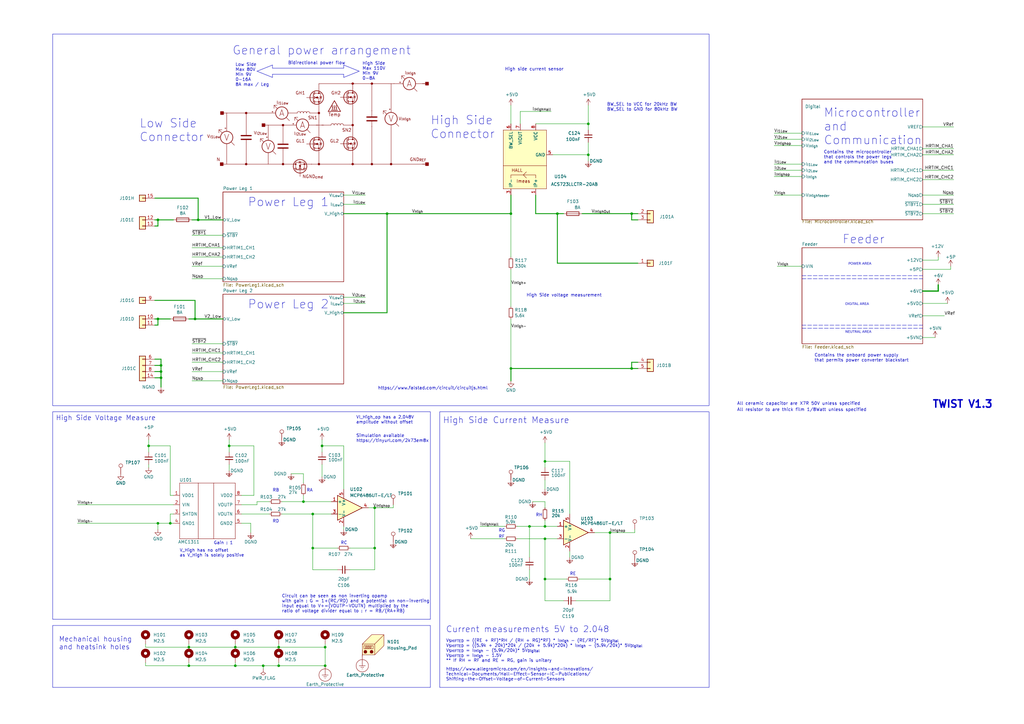
<source format=kicad_sch>
(kicad_sch (version 20230121) (generator eeschema)
  (paper "A3")
  (title_block (title "Power Board Scheme") (date "2022-06-10") (company "https://gitlab.laas.fr/owntech/1leg/-/tree/V1.1.1/KiCAD_files") (comment 1 "Alinei") (comment 2 "Villa") (comment 3 "Villa") (comment 4 "PREL"))
  (junction (at 64.77 130.81))
  (junction (at 69.85 214.63))
  (junction (at 228.6 87.63))
  (junction (at 66.04 149.86))
  (junction (at 223.52 215.9))
  (junction (at 223.52 220.98))
  (junction (at 107.95 273.05))
  (junction (at 96.52 265.43))
  (junction (at 133.35 265.43))
  (junction (at 124.46 205.74))
  (junction (at 80.01 130.81))
  (junction (at 64.77 90.17))
  (junction (at 114.3 265.43))
  (junction (at 77.47 265.43))
  (junction (at 223.52 189.23))
  (junction (at 153.67 208.28))
  (junction (at 66.04 154.94))
  (junction (at 128.27 210.82))
  (junction (at 250.19 218.44))
  (junction (at 259.08 87.63))
  (junction (at 93.98 182.88))
  (junction (at 132.08 182.88))
  (junction (at 241.3 63.5))
  (junction (at 158.75 87.63))
  (junction (at 96.52 273.05))
  (junction (at 209.55 87.63))
  (junction (at 77.47 273.05))
  (junction (at 128.27 224.79))
  (junction (at 223.52 237.49))
  (junction (at 114.3 273.05))
  (junction (at 241.3 50.8))
  (junction (at 250.19 237.49))
  (junction (at 259.08 151.13))
  (junction (at 64.77 214.63))
  (junction (at 133.35 273.05))
  (junction (at 209.55 151.13))
  (junction (at 217.17 215.9))
  (junction (at 60.96 182.88))
  (junction (at 81.28 90.17))
  (junction (at 153.67 224.79))
  (junction (at 66.04 152.4))
  (wire (pts (xy 228.6 107.95) (xy 261.62 107.95)) (stroke (width 0.35)))
  (wire (pts (xy 223.52 213.36) (xy 223.52 215.9)))
  (polyline (pts (xy 111.76 30.48) (xy 140.97 30.48)))
  (wire (pts (xy 66.04 152.4) (xy 63.5 152.4)) (stroke (width 0.35)))
  (wire (pts (xy 143.51 224.79) (xy 153.67 224.79)))
  (wire (pts (xy 60.96 190.5) (xy 60.96 191.77)))
  (wire (pts (xy 66.04 147.32) (xy 63.5 147.32)) (stroke (width 0.35)))
  (wire (pts (xy 138.43 233.68) (xy 128.27 233.68)))
  (wire (pts (xy 91.44 105.41) (xy 78.74 105.41)))
  (wire (pts (xy 91.44 109.22) (xy 78.74 109.22)))
  (wire (pts (xy 114.3 273.05) (xy 133.35 273.05)))
  (wire (pts (xy 261.62 90.17) (xy 259.08 90.17)) (stroke (width 0.35)))
  (wire (pts (xy 91.44 144.78) (xy 78.74 144.78)))
  (wire (pts (xy 107.95 273.05) (xy 107.95 274.32)))
  (wire (pts (xy 317.5 69.85) (xy 328.93 69.85)))
  (wire (pts (xy 140.97 83.82) (xy 149.86 83.82)))
  (polyline (pts (xy 140.97 30.48) (xy 140.97 31.75)))
  (wire (pts (xy 237.49 237.49) (xy 250.19 237.49)))
  (wire (pts (xy 133.35 264.16) (xy 133.35 265.43)))
  (wire (pts (xy 104.14 182.88) (xy 104.14 203.2)))
  (polyline (pts (xy 147.32 29.21) (xy 140.97 31.75)))
  (wire (pts (xy 228.6 87.63) (xy 231.14 87.63)) (stroke (width 0.35)))
  (wire (pts (xy 219.71 80.01) (xy 219.71 87.63)) (stroke (width 0.35)))
  (wire (pts (xy 241.3 43.18) (xy 241.3 50.8)))
  (wire (pts (xy 223.52 237.49) (xy 223.52 220.98)))
  (wire (pts (xy 228.6 87.63) (xy 228.6 107.95)) (stroke (width 0.35)))
  (wire (pts (xy 59.69 265.43) (xy 77.47 265.43)))
  (wire (pts (xy 217.17 215.9) (xy 223.52 215.9)))
  (wire (pts (xy 140.97 87.63) (xy 158.75 87.63)) (stroke (width 0.35)))
  (wire (pts (xy 378.46 124.46) (xy 388.62 124.46)))
  (wire (pts (xy 124.46 198.12) (xy 124.46 194.31)))
  (wire (pts (xy 223.52 220.98) (xy 228.6 220.98)))
  (polyline (pts (xy 111.76 26.67) (xy 111.76 27.94)))
  (wire (pts (xy 93.98 182.88) (xy 104.14 182.88)))
  (wire (pts (xy 64.77 90.17) (xy 63.5 90.17)) (stroke (width 0.35)))
  (wire (pts (xy 59.69 264.16) (xy 59.69 265.43)))
  (wire (pts (xy 378.46 73.66) (xy 391.16 73.66)))
  (wire (pts (xy 378.46 60.96) (xy 391.16 60.96)))
  (wire (pts (xy 196.85 215.9) (xy 207.01 215.9)))
  (wire (pts (xy 143.51 233.68) (xy 153.67 233.68)))
  (wire (pts (xy 77.47 130.81) (xy 80.01 130.81)) (stroke (width 0.35)))
  (wire (pts (xy 209.55 87.63) (xy 209.55 105.41)))
  (wire (pts (xy 91.44 156.21) (xy 78.74 156.21)))
  (polyline (pts (xy 105.41 29.21) (xy 111.76 31.75)))
  (wire (pts (xy 151.13 208.28) (xy 153.67 208.28)))
  (wire (pts (xy 69.85 130.81) (xy 64.77 130.81)) (stroke (width 0.35)))
  (wire (pts (xy 93.98 180.34) (xy 93.98 182.88)))
  (wire (pts (xy 317.5 57.15) (xy 328.93 57.15)))
  (wire (pts (xy 233.68 189.23) (xy 233.68 210.82)))
  (wire (pts (xy 209.55 110.49) (xy 209.55 125.73)))
  (wire (pts (xy 66.04 152.4) (xy 66.04 149.86)) (stroke (width 0.35)))
  (wire (pts (xy 96.52 265.43) (xy 114.3 265.43)))
  (wire (pts (xy 91.44 152.4) (xy 78.74 152.4)))
  (wire (pts (xy 231.14 246.38) (xy 223.52 246.38)))
  (wire (pts (xy 124.46 205.74) (xy 135.89 205.74)))
  (wire (pts (xy 78.74 140.97) (xy 91.44 140.97)))
  (wire (pts (xy 81.28 90.17) (xy 91.44 90.17)) (stroke (width 0.35)))
  (wire (pts (xy 223.52 205.74) (xy 223.52 208.28)))
  (wire (pts (xy 384.81 106.68) (xy 378.46 106.68)))
  (wire (pts (xy 96.52 273.05) (xy 107.95 273.05)))
  (wire (pts (xy 69.85 210.82) (xy 69.85 214.63)))
  (wire (pts (xy 378.46 80.01) (xy 391.16 80.01)))
  (wire (pts (xy 209.55 151.13) (xy 259.08 151.13)) (stroke (width 0.35)))
  (polyline (pts (xy 140.97 26.67) (xy 140.97 27.94)))
  (wire (pts (xy 69.85 203.2) (xy 71.12 203.2)))
  (wire (pts (xy 91.44 101.6) (xy 78.74 101.6)))
  (wire (pts (xy 233.68 226.06) (xy 233.68 228.6)))
  (wire (pts (xy 93.98 182.88) (xy 93.98 185.42)))
  (wire (pts (xy 80.01 123.19) (xy 80.01 130.81)) (stroke (width 0.35)))
  (wire (pts (xy 64.77 130.81) (xy 64.77 133.35)) (stroke (width 0.35)))
  (wire (pts (xy 60.96 182.88) (xy 60.96 185.42)))
  (wire (pts (xy 243.84 218.44) (xy 250.19 218.44)))
  (polyline (pts (xy 105.41 29.21) (xy 111.76 26.67)))
  (polyline (pts (xy 111.76 30.48) (xy 111.76 31.75)))
  (wire (pts (xy 110.49 205.74) (xy 105.41 205.74)))
  (wire (pts (xy 226.695 63.5) (xy 241.3 63.5)))
  (wire (pts (xy 140.97 80.01) (xy 149.86 80.01)))
  (wire (pts (xy 128.27 210.82) (xy 135.89 210.82)))
  (wire (pts (xy 77.47 273.05) (xy 96.52 273.05)))
  (wire (pts (xy 60.96 180.34) (xy 60.96 182.88)))
  (wire (pts (xy 69.85 214.63) (xy 71.12 214.63)))
  (wire (pts (xy 66.04 149.86) (xy 63.5 149.86)) (stroke (width 0.35)))
  (wire (pts (xy 80.01 130.81) (xy 91.44 130.81)) (stroke (width 0.35)))
  (wire (pts (xy 259.08 87.63) (xy 261.62 87.63)) (stroke (width 0.35)))
  (wire (pts (xy 140.97 128.27) (xy 158.75 128.27)) (stroke (width 0.35)))
  (wire (pts (xy 60.96 182.88) (xy 69.85 182.88)))
  (polyline (pts (xy 328.93 134.62) (xy 378.46 134.62)) (stroke (width 0) (type dash)))
  (wire (pts (xy 219.71 50.8) (xy 241.3 50.8)))
  (wire (pts (xy 223.52 191.77) (xy 223.52 189.23)))
  (wire (pts (xy 114.3 265.43) (xy 133.35 265.43)))
  (wire (pts (xy 64.77 214.63) (xy 64.77 217.17)))
  (wire (pts (xy 318.77 109.22) (xy 328.93 109.22)))
  (wire (pts (xy 217.17 215.9) (xy 217.17 228.6)))
  (wire (pts (xy 317.5 59.69) (xy 328.93 59.69)))
  (wire (pts (xy 115.57 205.74) (xy 124.46 205.74)))
  (wire (pts (xy 261.62 148.59) (xy 259.08 148.59)) (stroke (width 0.35)))
  (wire (pts (xy 119.38 194.31) (xy 124.46 194.31)))
  (wire (pts (xy 78.74 96.52) (xy 91.44 96.52)))
  (wire (pts (xy 259.08 90.17) (xy 259.08 87.63)) (stroke (width 0.35)))
  (wire (pts (xy 66.04 147.32) (xy 66.04 149.86)) (stroke (width 0.35)))
  (polyline (pts (xy 328.93 114.3) (xy 378.46 114.3)) (stroke (width 0) (type dash)))
  (wire (pts (xy 128.27 233.68) (xy 128.27 224.79)))
  (wire (pts (xy 317.5 67.31) (xy 328.93 67.31)))
  (wire (pts (xy 140.97 215.9) (xy 140.97 217.17)))
  (wire (pts (xy 132.08 180.34) (xy 132.08 182.88)))
  (wire (pts (xy 226.06 45.72) (xy 213.36 45.72)))
  (wire (pts (xy 77.47 265.43) (xy 96.52 265.43)))
  (wire (pts (xy 389.89 110.49) (xy 378.46 110.49)))
  (wire (pts (xy 378.46 63.5) (xy 391.16 63.5)))
  (wire (pts (xy 241.3 58.42) (xy 241.3 63.5)))
  (wire (pts (xy 153.67 233.68) (xy 153.67 224.79)))
  (wire (pts (xy 128.27 224.79) (xy 138.43 224.79)))
  (wire (pts (xy 212.09 215.9) (xy 217.17 215.9)))
  (wire (pts (xy 140.97 182.88) (xy 140.97 200.66)))
  (wire (pts (xy 96.52 264.16) (xy 96.52 265.43)))
  (wire (pts (xy 161.29 207.01) (xy 161.29 208.28)))
  (wire (pts (xy 66.04 158.75) (xy 66.04 154.94)) (stroke (width 0.35)))
  (wire (pts (xy 384.81 105.41) (xy 384.81 106.68)))
  (wire (pts (xy 250.19 218.44) (xy 260.35 218.44)))
  (wire (pts (xy 99.06 214.63) (xy 102.87 214.63)))
  (wire (pts (xy 66.04 154.94) (xy 66.04 152.4)) (stroke (width 0.35)))
  (wire (pts (xy 391.16 87.63) (xy 378.46 87.63)))
  (wire (pts (xy 384.81 116.84) (xy 384.81 119.38)) (stroke (width 0.5)))
  (wire (pts (xy 317.5 80.01) (xy 328.93 80.01)))
  (wire (pts (xy 105.41 205.74) (xy 105.41 207.01)))
  (wire (pts (xy 241.3 50.8) (xy 241.3 53.34)))
  (wire (pts (xy 241.3 63.5) (xy 241.3 66.04)))
  (wire (pts (xy 193.04 220.98) (xy 207.01 220.98)))
  (wire (pts (xy 91.44 114.3) (xy 78.74 114.3)))
  (wire (pts (xy 238.76 87.63) (xy 259.08 87.63)) (stroke (width 0.35)))
  (wire (pts (xy 105.41 207.01) (xy 99.06 207.01)))
  (wire (pts (xy 81.28 81.28) (xy 81.28 90.17)) (stroke (width 0.35)))
  (wire (pts (xy 250.19 237.49) (xy 250.19 246.38)))
  (wire (pts (xy 158.75 87.63) (xy 209.55 87.63)) (stroke (width 0.35)))
  (wire (pts (xy 219.71 87.63) (xy 228.6 87.63)) (stroke (width 0.35)))
  (wire (pts (xy 128.27 210.82) (xy 128.27 224.79)))
  (polyline (pts (xy 111.76 27.94) (xy 140.97 27.94)))
  (wire (pts (xy 64.77 214.63) (xy 69.85 214.63)))
  (wire (pts (xy 140.97 124.46) (xy 149.86 124.46)))
  (wire (pts (xy 212.09 220.98) (xy 223.52 220.98)))
  (wire (pts (xy 260.35 217.17) (xy 260.35 218.44)))
  (wire (pts (xy 209.55 130.81) (xy 209.55 151.13)))
  (wire (pts (xy 91.44 148.59) (xy 78.74 148.59)))
  (wire (pts (xy 132.08 182.88) (xy 140.97 182.88)))
  (wire (pts (xy 250.19 237.49) (xy 250.19 218.44)))
  (wire (pts (xy 69.85 182.88) (xy 69.85 203.2)))
  (polyline (pts (xy 328.93 133.35) (xy 378.46 133.35)) (stroke (width 0) (type dash)))
  (wire (pts (xy 223.52 246.38) (xy 223.52 237.49)))
  (wire (pts (xy 223.52 196.85) (xy 223.52 200.66)))
  (wire (pts (xy 96.52 271.78) (xy 96.52 273.05)))
  (polyline (pts (xy 328.93 113.03) (xy 378.46 113.03)) (stroke (width 0) (type dash)))
  (wire (pts (xy 63.5 133.35) (xy 64.77 133.35)) (stroke (width 0.35)))
  (wire (pts (xy 107.95 273.05) (xy 114.3 273.05)))
  (wire (pts (xy 213.36 50.8) (xy 213.36 45.72)))
  (wire (pts (xy 259.08 151.13) (xy 261.62 151.13)) (stroke (width 0.35)))
  (wire (pts (xy 209.55 43.18) (xy 209.55 50.8)))
  (wire (pts (xy 223.52 189.23) (xy 233.68 189.23)))
  (wire (pts (xy 317.5 54.61) (xy 328.93 54.61)))
  (wire (pts (xy 63.5 81.28) (xy 81.28 81.28)) (stroke (width 0.35)))
  (wire (pts (xy 77.47 264.16) (xy 77.47 265.43)))
  (wire (pts (xy 78.74 90.17) (xy 81.28 90.17)) (stroke (width 0.35)))
  (wire (pts (xy 63.5 123.19) (xy 80.01 123.19)) (stroke (width 0.35)))
  (wire (pts (xy 114.3 264.16) (xy 114.3 265.43)))
  (wire (pts (xy 317.5 72.39) (xy 328.93 72.39)))
  (wire (pts (xy 77.47 271.78) (xy 77.47 273.05)))
  (wire (pts (xy 59.69 273.05) (xy 77.47 273.05)))
  (wire (pts (xy 389.89 109.22) (xy 389.89 110.49)))
  (wire (pts (xy 158.75 128.27) (xy 158.75 87.63)) (stroke (width 0.35)))
  (wire (pts (xy 114.3 271.78) (xy 114.3 273.05)))
  (wire (pts (xy 31.75 207.01) (xy 71.12 207.01)))
  (wire (pts (xy 133.35 265.43) (xy 133.35 273.05)))
  (wire (pts (xy 218.44 205.74) (xy 223.52 205.74)))
  (wire (pts (xy 124.46 203.2) (xy 124.46 205.74)))
  (wire (pts (xy 223.52 181.61) (xy 223.52 189.23)))
  (wire (pts (xy 391.16 83.82) (xy 378.46 83.82)))
  (wire (pts (xy 378.46 52.07) (xy 391.16 52.07)))
  (wire (pts (xy 378.46 119.38) (xy 384.81 119.38)) (stroke (width 0.5)))
  (wire (pts (xy 102.87 214.63) (xy 102.87 218.44)))
  (wire (pts (xy 132.08 190.5) (xy 132.08 195.58)))
  (wire (pts (xy 217.17 233.68) (xy 217.17 237.49)))
  (wire (pts (xy 378.46 129.54) (xy 387.35 129.54)))
  (wire (pts (xy 64.77 92.71) (xy 64.77 90.17)) (stroke (width 0.35)))
  (wire (pts (xy 378.46 138.43) (xy 383.54 138.43)))
  (wire (pts (xy 259.08 148.59) (xy 259.08 151.13)) (stroke (width 0.35)))
  (wire (pts (xy 140.97 121.92) (xy 149.86 121.92)))
  (wire (pts (xy 64.77 130.81) (xy 63.5 130.81)) (stroke (width 0.35)))
  (wire (pts (xy 71.12 210.82) (xy 69.85 210.82)))
  (wire (pts (xy 115.57 210.82) (xy 128.27 210.82)))
  (wire (pts (xy 63.5 92.71) (xy 64.77 92.71)) (stroke (width 0.35)))
  (wire (pts (xy 31.75 214.63) (xy 64.77 214.63)))
  (wire (pts (xy 93.98 190.5) (xy 93.98 193.04)))
  (wire (pts (xy 99.06 210.82) (xy 110.49 210.82)))
  (wire (pts (xy 223.52 237.49) (xy 232.41 237.49)))
  (wire (pts (xy 209.55 80.01) (xy 209.55 87.63)) (stroke (width 0.35)))
  (wire (pts (xy 228.6 215.9) (xy 223.52 215.9)))
  (polyline (pts (xy 147.32 29.21) (xy 140.97 26.67)))
  (wire (pts (xy 132.08 185.42) (xy 132.08 182.88)))
  (wire (pts (xy 99.06 203.2) (xy 104.14 203.2)))
  (wire (pts (xy 153.67 208.28) (xy 153.67 224.79)))
  (wire (pts (xy 71.12 90.17) (xy 64.77 90.17)) (stroke (width 0.35)))
  (wire (pts (xy 250.19 246.38) (xy 236.22 246.38)))
  (wire (pts (xy 59.69 271.78) (xy 59.69 273.05)))
  (wire (pts (xy 66.04 154.94) (xy 63.5 154.94)) (stroke (width 0.35)))
  (wire (pts (xy 378.46 69.85) (xy 391.16 69.85)))
  (wire (pts (xy 209.55 151.13) (xy 209.55 156.21)) (stroke (width 0.35)))
  (wire (pts (xy 153.67 208.28) (xy 161.29 208.28)))
  (rectangle (start 21.59 13.97) (end 290.83 166.37))
  (rectangle (start 21.59 168.91) (end 176.53 254))
  (rectangle (start 180.34 168.91) (end 290.83 281.94))
  (rectangle (start 21.59 256.54) (end 176.53 281.94))
  (text "RG" (at 204.47 218.44 0) (effects (font (size 1.27 1.27)) (justify left bottom)))
  (text "Contains the onboard power supply\nthat permits power converter blackstart\n" (at 334.01 148.59 0) (effects (font (size 1.27 1.27)) (justify left bottom)))
  (text "https://www.allegromicro.com/en/Insights-and-Innovations/\nTechnical-Documents/Hall-Effect-Sensor-IC-Publications/\nShifting-the-Offset-Voltage-of-Current-Sensors" (at 182.88 279.4 0) (effects (font (size 1.27 1.27)) (justify left bottom)))
  (text "High Side voltage measurement" (at 215.9 121.92 0) (effects (font (size 1.27 1.27)) (justify left bottom)))
  (text "All resistor to are thick film 1/8Watt unless specified" (at 302.26 168.91 0) (effects (font (size 1.27 1.27)) (justify left bottom)))
  (text "Contains the microcontroller\nthat controls the power legs\nand the communcation buses" (at 337.82 67.31 0) (effects (font (size 1.27 1.27)) (justify left bottom)))
  (text "High side current sensor" (at 207.01 29.21 0) (effects (font (size 1.27 1.27)) (justify left bottom)))
  (text "V_High has no offset \nas V_High is solely positive\n" (at 73.66 228.6 0) (effects (font (size 1.2446 1.2446)) (justify left bottom)))
  (text "RA" (at 125.73 201.93 0) (effects (font (size 1.27 1.27)) (justify left bottom)))
  (text "RD" (at 111.76 214.63 0) (effects (font (size 1.27 1.27)) (justify left bottom)))
  (text "VI_High_op has a 2,048V \namplitude without offset" (at 146.05 173.99 0) (effects (font (size 1.2446 1.2446)) (justify left bottom)))
  (text "Circuit can be seen as non inverting opamp\nwith gain : G = 1+(RC/RD) and a potential on non-inverting\ninput equal to V+=(VOUTP-VOUTN) multiplied by the\nratio of voltage divider equal to : r = RB/(RA+RB)" (at 115.57 251.46 0) (effects (font (size 1.27 1.27)) (justify left bottom)))
  (text "BW_SEL to VCC for 20kHz BW\nBW_SEL to GND for 80kHz BW" (at 248.92 45.72 0) (effects (font (size 1.27 1.27)) (justify left bottom)))
  (text "Power Leg 1" (at 101.6 85.09 0) (effects (font (size 3.5 3.5)) (justify left bottom)))
  (text "High Side Voltage Measure" (at 22.86 172.72 0) (effects (font (size 2 2)) (justify left bottom)))
  (text "Current measurements 5V to 2.048\n" (at 182.88 259.715 0) (effects (font (size 2.4892 2.4892)) (justify left bottom)))
  (text "General power arrangement" (at 95.25 22.86 0) (effects (font (size 3.5 3.5)) (justify left bottom)))
  (text "High Side \nConnector" (at 176.53 57.15 0) (effects (font (size 3.5 3.5)) (justify left bottom)))
  (text "V_{SHIFTED} = ((RE + RF)*RH / (RH + RG)*RF) * I_{IHigh} - (RE/RF)* 5V_{Digital}\nV_{SHIFTED} = ((5.9k + 20k)*20k / (20k + 5.9k)*20k) * I_{IHigh} - (5.9k/20k)* 5V_{Digital}\nV_{SHIFTED} = I_{IHigh} - (5.9k/20k)* 5V_{Digital}\nV_{SHIFTED} = I_{IHigh} - 1.5V\n** If RH = RF and RE = RG, gain is unitary\n" (at 182.88 271.78 0) (effects (font (size 1.27 1.27)) (justify left bottom)))
  (text "RB" (at 111.76 201.93 0) (effects (font (size 1.27 1.27)) (justify left bottom)))
  (text "TWIST V1.3" (at 382.27 167.64 0) (effects (font (size 3 3) (thickness 0.6) bold) (justify left bottom)))
  (text "RC" (at 139.7 223.52 0) (effects (font (size 1.27 1.27)) (justify left bottom)))
  (text "Simulation available \nhttps://tinyurl.com/2k73em8x" (at 146.05 181.61 0) (effects (font (size 1.27 1.27)) (justify left bottom)))
  (text "DIGITAL AREA\n" (at 346.71 125.73 0) (effects (font (size 1 1)) (justify left bottom)))
  (text "All ceramic capacitor are X7R 50V unless specified" (at 302.26 166.37 0) (effects (font (size 1.27 1.27)) (justify left bottom)))
  (text "POWER AREA\n" (at 347.98 109.22 0) (effects (font (size 1 1)) (justify left bottom)))
  (text "Bidirectional power flow " (at 118.11 26.67 0) (effects (font (size 1.27 1.27)) (justify left bottom)))
  (text "High Side Current Measure" (at 181.61 173.99 0) (effects (font (size 2.54 2.54)) (justify left bottom)))
  (text "High Side \nMax 110V\nMin 9V\n0-8A" (at 148.59 33.02 0) (effects (font (size 1.27 1.27)) (justify left bottom)))
  (text "Low Side \nConnector" (at 57.15 58.42 0) (effects (font (size 3.5 3.5)) (justify left bottom)))
  (text "Mechanical housing \nand heatsink holes" (at 24.13 266.7 0) (effects (font (size 2 2)) (justify left bottom)))
  (text "Low Side \nMax 80V\nMin 9V\n0-16A\n8A max / Leg" (at 96.52 35.56 0) (effects (font (size 1.27 1.27)) (justify left bottom)))
  (text "https://www.falstad.com/circuit/circuitjs.html" (at 154.94 160.02 0) (effects (font (size 1.27 1.27)) (justify left bottom)))
  (text "RE" (at 233.68 236.22 0) (effects (font (size 1.27 1.27)) (justify left bottom)))
  (text "NEUTRAL AREA\n" (at 346.71 137.16 0) (effects (font (size 1 1)) (justify left bottom)))
  (text "RF" (at 204.47 220.98 0) (effects (font (size 1.27 1.27)) (justify left bottom)))
  (text "Power Leg 2\n" (at 101.6 127 0) (effects (font (size 3.5 3.5)) (justify left bottom)))
  (text "RH" (at 219.71 212.09 0) (effects (font (size 1.27 1.27)) (justify left bottom)))
  (text "Feeder " (at 345.44 100.33 0) (effects (font (size 3.5 3.5)) (justify left bottom)))
  (text "Gain : 1" (at 87.63 223.52 0) (effects (font (size 1.2446 1.2446)) (justify left bottom)))
  (text "Microcontroller \nand\nCommunication" (at 337.82 59.69 0) (effects (font (size 3.5 3.5)) (justify left bottom)))
  (label "V_{IHigh-}" (at 31.75 214.63 0))
  (label "HRTIM_CHC1" (at 391.16 69.85 180))
  (label "HRTIM_CHA1" (at 391.16 60.96 180))
  (label "HRTIM_CHC2" (at 391.16 73.66 180))
  (label "V_{High}" (at 317.5 80.01 0))
  (label "V_{IHighOut}" (at 242.57 87.63 0))
  (label "V_{IHighop}" (at 317.5 59.69 0))
  (label "~{STBY2}" (at 78.74 140.97 0))
  (label "V2_Low" (at 83.82 130.81 0))
  (label "V_{High}" (at 168.91 87.63 0))
  (label "HRTIM_CHC1" (at 78.74 144.78 0))
  (label "V_{IHighop}" (at 160.02 208.28 180))
  (label "V1_Low" (at 83.82 90.17 0))
  (label "N_{GND}" (at 78.74 156.21 0))
  (label "V_{IHigh-}" (at 209.55 134.62 0))
  (label "V_{IHigh+}" (at 31.75 207.01 0))
  (label "I_{I1Low}" (at 149.86 83.82 180))
  (label "N_{GND}" (at 78.74 114.3 0))
  (label "I_{IHighop}" (at 256.54 218.44 180))
  (label "I_{I2Low}" (at 149.86 124.46 180))
  (label "HRTIM_CHC2" (at 78.74 148.59 0))
  (label "~{STBY1}" (at 391.16 83.82 180))
  (label "VRef" (at 78.74 109.22 0))
  (label "N_{GND}" (at 391.16 80.01 180))
  (label "HRTIM_CHA2" (at 391.16 63.5 180))
  (label "I_{I2Low}" (at 317.5 69.85 0))
  (label "VRef" (at 391.16 52.07 180))
  (label "I_{IHighHall}" (at 226.06 45.72 180))
  (label "V_{I1Low}" (at 317.5 54.61 0))
  (label "~{STBY2}" (at 391.16 87.63 180))
  (label "V_{High}" (at 318.77 109.22 0))
  (label "V_{I1Low}" (at 149.86 80.01 180))
  (label "HRTIM_CHA1" (at 78.74 101.6 0))
  (label "I_{IHighop}" (at 317.5 72.39 0))
  (label "I_{I1Low}" (at 317.5 67.31 0))
  (label "VRef" (at 78.74 152.4 0))
  (label "V_{I2Low}" (at 149.86 121.92 180))
  (label "HRTIM_CHA2" (at 78.74 105.41 0))
  (label "VRef" (at 387.35 129.54 0))
  (label "V_{IHigh+}" (at 209.55 116.84 0))
  (label "~{STBY1}" (at 78.74 96.52 0))
  (label "V_{I2Low}" (at 317.5 57.15 0))
  (label "I_{IHighHall}" (at 196.85 215.9 0))
  (symbol (lib_id "Symbols:ACS723") (at 215.9 67.31 270) (mirror x) (unit 1)
    (property "Reference" "U104" (at 229.87 72.39 90))
    (property "Value" "ACS723LLCTR-20AB" (at 235.585 75.565 90))
    (property "Footprint" "Package_SO:SOIC-8_3.9x4.9mm_P1.27mm" (effects hide))
    (property "Datasheet" "https://www.google.com/url?sa=t&rct=j&q=&esrc=s&source=web&cd=&cad=rja&uact=8&ved=2ahUKEwjikvr_8ZeAAxWDTqQEHfwEAu0QFnoECBEQAQ&url=https%3A%2F%2Fwww.allegromicro.com%2F~%2Fmedia%2Ffiles%2Fdatasheets%2Facs723-datasheet.ashx&usg=AOvVaw2qZ9b_k2ocxzc58dTK1Pl7&opi=89978449" (effects hide))
    (property "manf#" "ACS723LLCTR-20AB" (effects hide))
    (property "Functional Block" "Measurement" (effects hide))
    (property "Subfunction" "IIHigh Measure" (effects hide))
  )
  (symbol (lib_name "C_Small_2") (lib_id "Device:C_Small") (at 241.3 55.88 180) (unit 1)
    (property "Reference" "C124" (at 238.125 54.61 0) (effects (justify left)))
    (property "Value" "100nF" (at 238.125 57.15 0) (effects (justify left)))
    (property "Footprint" "Capacitor_SMD:C_1206_3216Metric" (effects hide))
    (property "manf#" "C1206C104K5RAC7867" (effects hide))
    (property "Functional Block" "Measurement" (effects hide))
    (property "Metal content" "BaTiO3" (effects hide))
    (property "Subfunction" "IIHigh measure" (effects hide))
  )
  (symbol (lib_name "R_Small_5") (lib_id "Device:R_Small") (at 209.55 107.95 0) (unit 1)
    (property "Reference" "R117" (at 211.0486 106.7816 0) (effects (justify left)))
    (property "Value" "330k" (at 211.0486 109.093 0) (effects (justify left)))
    (property "Footprint" "Footprints:R_0805_2012Metric" (effects hide))
    (property "manf#" "CR0805-FX-3303ELF" (effects hide))
    (property "Functional Block" "Measurement" (effects hide))
    (property "Metal content" "NiCr" (effects hide))
    (property "Subfunction" "VIHigh measure" (effects hide))
  )
  (symbol (lib_name "R_Small_6") (lib_id "Device:R_Small") (at 209.55 128.27 0) (unit 1)
    (property "Reference" "R118" (at 211.0486 127.1016 0) (effects (justify left)))
    (property "Value" "5.6k" (at 211.0486 129.413 0) (effects (justify left)))
    (property "Footprint" "Footprints:R_0805_2012Metric" (effects hide))
    (property "manf#" "CR0805-FX-5601ELF" (effects hide))
    (property "Functional Block" "Measurement" (effects hide))
    (property "Metal content" "NiCr" (effects hide))
    (property "Subfunction" "VIHigh measure" (effects hide))
  )
  (symbol (lib_id "Symbols:AMC1311") (at 85.09 210.82 0) (unit 1)
    (property "Reference" "U101" (at 76.2 196.85 0))
    (property "Value" "AMC1311" (at 77.47 222.25 0))
    (property "Footprint" "Footprints:SOIC-8_7.5x5.85mm_P1.27mm" (effects hide))
    (property "Datasheet" "https://www.ti.com/lit/ds/symlink/amc1311.pdf?ts=1597049043074&ref_url=https%253A%252F%252Fwww.google.com%252F" (effects hide))
    (property "manf#" "AMC1311DWV" (effects hide))
    (property "Functional Block" "Measurement" (effects hide))
    (property "Subfunction" "VIHigh Measure" (effects hide))
  )
  (symbol (lib_id "Device:Fuse") (at 234.95 87.63 270) (unit 1)
    (property "Reference" "F103" (at 234.95 82.6262 90))
    (property "Value" "8A" (at 236.855 85.09 90))
    (property "Footprint" "Footprints:Fuse_holder_omni_blok" (effects hide))
    (property "manf#" "0154008.DR" (effects hide))
    (property "Functional Block" "Power" (effects hide))
    (property "Subfunction" "Fuse" (effects hide))
  )
  (symbol (lib_name "C_Small_1") (lib_id "Device:C_Small") (at 223.52 194.31 0) (unit 1)
    (property "Reference" "C117" (at 226.06 193.04 0) (effects (justify left)))
    (property "Value" "100nF" (at 226.06 194.945 0) (effects (justify left)))
    (property "Footprint" "Footprints:C_0805_2012Metric" (effects hide))
    (property "manf#" "C0805C104K5RACTU" (effects hide))
    (property "Functional Block" "Measurement" (effects hide))
    (property "Metal content" "BaTiO3" (effects hide))
    (property "Subfunction" "IIHigh measure" (effects hide))
  )
  (symbol (lib_name "TLV6001DCK_1") (lib_id "Amplifier_Operational:TLV6001DCK") (at 233.68 218.44 0) (unit 1)
    (property "Reference" "U103" (at 238.125 212.725 0) (effects (justify left)))
    (property "Value" "MCP6486UT-E/LT " (at 238.125 214.63 0) (effects (justify left)))
    (property "Footprint" "Package_TO_SOT_SMD:SOT-353_SC-70-5_Handsoldering" (effects hide))
    (property "Datasheet" "https://ww1.microchip.com/downloads/aemDocuments/documents/MSLD/ProductDocuments/DataSheets/MCP6486-Family-Data-Sheet-DS20006679.pdf" (effects hide))
    (property "manf#" "MCP6486UT-E/LT " (effects hide))
    (property "Functional Block" "Measurement" (effects hide))
    (property "Subfunction" "IIHigh Measure" (effects hide))
  )
  (symbol (lib_name "+5VD_1") (lib_id "power:+5VD") (at 223.52 181.61 0) (unit 1)
    (property "Reference" "#PWR0116" (effects hide))
    (property "Value" "+5VD" (at 223.901 177.2158 0))
  )
  (symbol (lib_name "R_Small_9") (lib_id "Device:R_Small") (at 209.55 220.98 90) (unit 1)
    (property "Reference" "R111" (at 212.09 226.06 90) (effects (justify left)))
    (property "Value" "20k" (at 210.82 223.52 90) (effects (justify left)))
    (property "Footprint" "Footprints:R_0805_2012Metric" (effects hide))
    (property "manf#" "CR0805-FX-2002ELF" (effects hide))
    (property "Functional Block" "Measurement" (effects hide))
    (property "Metal content" "NiCr" (effects hide))
    (property "Subfunction" "IIHigh Measure" (effects hide))
  )
  (symbol (lib_name "R_Small_8") (lib_id "Device:R_Small") (at 234.95 237.49 90) (unit 1)
    (property "Reference" "R116" (at 236.855 240.03 90) (effects (justify left)))
    (property "Value" "5.9k" (at 236.855 242.57 90) (effects (justify left)))
    (property "Footprint" "Footprints:R_0805_2012Metric" (effects hide))
    (property "manf#" "CR0805-FX-5901ELF" (effects hide))
    (property "Functional Block" "Measurement" (effects hide))
    (property "Metal content" "NiCr" (effects hide))
    (property "Subfunction" "IIHigh Measure" (effects hide))
  )
  (symbol (lib_name "R_Small_11") (lib_id "Device:R_Small") (at 113.03 205.74 90) (unit 1)
    (property "Reference" "R103" (at 111.76 203.835 90) (effects (justify left)))
    (property "Value" "27k" (at 117.475 203.835 90) (effects (justify left)))
    (property "Footprint" "Footprints:R_0805_2012Metric" (effects hide))
    (property "manf#" "CR0805-FX-2702ELF" (effects hide))
    (property "Functional Block" "Measurement" (effects hide))
    (property "Metal content" "NiCr" (effects hide))
    (property "Subfunction" "VIHigh measure" (effects hide))
  )
  (symbol (lib_name "R_Small_14") (lib_id "Device:R_Small") (at 113.03 210.82 90) (unit 1)
    (property "Reference" "R104" (at 111.76 208.915 90) (effects (justify left)))
    (property "Value" "27k" (at 117.475 208.915 90) (effects (justify left)))
    (property "Footprint" "Footprints:R_0805_2012Metric" (effects hide))
    (property "manf#" "CR0805-FX-2702ELF" (effects hide))
    (property "Functional Block" "Measurement" (effects hide))
    (property "Metal content" "NiCr" (effects hide))
    (property "Subfunction" "VIHigh measure" (effects hide))
  )
  (symbol (lib_id "Amplifier_Operational:TLV6001DCK") (at 140.97 208.28 0) (unit 1)
    (property "Reference" "U102" (at 143.51 200.66 0) (effects (justify left)))
    (property "Value" "MCP6486UT-E/LT " (at 143.51 203.2 0) (effects (justify left)))
    (property "Footprint" "Package_TO_SOT_SMD:SOT-353_SC-70-5_Handsoldering" (effects hide))
    (property "Datasheet" "https://ww1.microchip.com/downloads/aemDocuments/documents/MSLD/ProductDocuments/DataSheets/MCP6486-Family-Data-Sheet-DS20006679.pdf" (effects hide))
    (property "manf#" "MCP6486UT-E/LT " (effects hide))
    (property "Functional Block" "Measurement" (effects hide))
    (property "Subfunction" "VIHigh Measure" (effects hide))
  )
  (symbol (lib_name "R_Small_13") (lib_id "Device:R_Small") (at 124.46 200.66 0) (unit 1)
    (property "Reference" "R105" (at 118.364 200.025 0) (effects (justify left)))
    (property "Value" "27k" (at 118.364 201.93 0) (effects (justify left)))
    (property "Footprint" "Footprints:R_0805_2012Metric" (effects hide))
    (property "manf#" "CR0805-FX-2702ELF" (effects hide))
    (property "Functional Block" "Measurement" (effects hide))
    (property "Metal content" "NiCr" (effects hide))
    (property "Subfunction" "VIHigh measure" (effects hide))
  )
  (symbol (lib_name "C_Small_6") (lib_id "Device:C_Small") (at 60.96 187.96 0) (unit 1)
    (property "Reference" "C101" (at 63.2968 186.7916 0) (effects (justify left)))
    (property "Value" "100nF" (at 63.2968 189.103 0) (effects (justify left)))
    (property "Footprint" "Capacitor_SMD:C_1206_3216Metric" (effects hide))
    (property "manf#" "C1206C104K5RAC7867" (effects hide))
    (property "Functional Block" "Measurement" (effects hide))
    (property "Metal content" "BaTiO3" (effects hide))
    (property "Subfunction" "VIHigh measure" (effects hide))
  )
  (symbol (lib_id "power:GND") (at 209.55 156.21 0) (unit 1)
    (property "Reference" "#PWR0113" (effects hide))
    (property "Value" "GND" (at 209.55 160.02 0))
  )
  (symbol (lib_id "power:GND") (at 60.96 191.77 0) (unit 1)
    (property "Reference" "#PWR0103" (effects hide))
    (property "Value" "GND" (at 60.96 195.58 0))
  )
  (symbol (lib_id "power:GND") (at 64.77 217.17 0) (unit 1)
    (property "Reference" "#PWR0104" (effects hide))
    (property "Value" "GND" (at 64.77 220.98 0))
  )
  (symbol (lib_name "C_Small_7") (lib_id "Device:C_Small") (at 93.98 187.96 0) (unit 1)
    (property "Reference" "C102" (at 96.3168 186.7916 0) (effects (justify left)))
    (property "Value" "100nF" (at 96.3168 189.103 0) (effects (justify left)))
    (property "Footprint" "Capacitor_SMD:C_1206_3216Metric" (effects hide))
    (property "manf#" "C1206C104K5RAC7867" (effects hide))
    (property "Functional Block" "Measurement" (effects hide))
    (property "Metal content" "BaTiO3" (effects hide))
    (property "Subfunction" "VIHigh measure" (effects hide))
  )
  (symbol (lib_name "R_Small_2") (lib_id "Device:R_Small") (at 223.52 210.82 180) (unit 1)
    (property "Reference" "R115" (at 231.394 209.55 0) (effects (justify left)))
    (property "Value" "20k" (at 229.87 211.455 0) (effects (justify left)))
    (property "Footprint" "Footprints:R_0805_2012Metric" (effects hide))
    (property "manf#" "CR0805-FX-2002ELF" (effects hide))
    (property "Functional Block" "Measurement" (effects hide))
    (property "Metal content" "NiCr" (effects hide))
    (property "Subfunction" "IIHigh Measure" (effects hide))
  )
  (symbol (lib_name "R_Small_10") (lib_id "Device:R_Small") (at 209.55 215.9 90) (unit 1)
    (property "Reference" "R110" (at 212.09 212.09 90) (effects (justify left)))
    (property "Value" "5.9k" (at 211.582 213.995 90) (effects (justify left)))
    (property "Footprint" "Footprints:R_0805_2012Metric" (effects hide))
    (property "manf#" "CR0805-FX-5901ELF" (effects hide))
    (property "Functional Block" "Measurement" (effects hide))
    (property "Metal content" "NiCr" (effects hide))
    (property "Subfunction" "IIHigh Measure" (effects hide))
  )
  (symbol (lib_name "DGND_6") (lib_id "Symbols:DGND") (at 233.68 228.6 0) (unit 1)
    (property "Reference" "#PWR0118" (effects hide))
    (property "Value" "DGND" (at 236.855 228.6 0))
  )
  (symbol (lib_name "C_Small_5") (lib_id "Device:C_Small") (at 132.08 187.96 0) (unit 1)
    (property "Reference" "C103" (at 134.62 186.69 0) (effects (justify left)))
    (property "Value" "100nF" (at 134.62 188.595 0) (effects (justify left)))
    (property "Footprint" "Footprints:C_0805_2012Metric" (effects hide))
    (property "manf#" "C0805C104K5RACTU" (effects hide))
    (property "Functional Block" "Measurement" (effects hide))
    (property "Metal content" "BaTiO3" (effects hide))
    (property "Subfunction" "VIHigh measure" (effects hide))
  )
  (symbol (lib_name "DGND_2") (lib_id "Symbols:DGND") (at 223.52 200.66 0) (unit 1)
    (property "Reference" "#PWR0117" (effects hide))
    (property "Value" "DGND" (at 226.695 200.66 0))
  )
  (symbol (lib_id "Symbols:DGND") (at 140.97 217.17 0) (unit 1)
    (property "Reference" "#PWR0112" (effects hide))
    (property "Value" "DGND" (at 144.145 217.17 0))
  )
  (symbol (lib_id "Symbols:DGND") (at 161.29 222.25 0) (unit 1)
    (property "Reference" "#PWR0138" (effects hide))
    (property "Value" "DGND" (at 164.465 222.25 0))
  )
  (symbol (lib_id "power:PWR_FLAG") (at 107.95 274.32 180) (unit 1)
    (property "Reference" "#FLG02" (effects hide))
    (property "Value" "PWR_FLAG" (at 113.03 278.13 0) (effects (justify left)))
  )
  (symbol (lib_id "Symbols:DGND") (at 209.55 196.85 0) (unit 1)
    (property "Reference" "#PWR0141" (effects hide))
    (property "Value" "DGND" (at 212.725 196.85 0))
  )
  (symbol (lib_id "power:+5P") (at 60.96 180.34 0) (unit 1)
    (property "Reference" "#PWR0102" (effects hide))
    (property "Value" "+5P" (at 60.96 175.26 0))
  )
  (symbol (lib_id "Connector:TestPoint") (at 161.29 222.25 0) (unit 1)
    (property "Reference" "TP102" (at 163.195 217.6779 0) (effects (justify left)))
    (property "Value" "TestPoint" (effects hide))
    (property "Footprint" "Footprints:TestPoint_THTPad_D1.5mm_Drill0.7mm" (effects hide))
    (property "DNP" "x" (effects hide))
  )
  (symbol (lib_id "Symbols:Harting 15 contacts and WAGO") (at 58.42 81.28 0) (mirror y) (unit 8)
    (property "Reference" "J101" (at 52.07 81.28 0))
    (property "Value" "Wago 6 contacts" (effects hide))
    (property "Footprint" "Footprints:Harting - 15contacts and Wago" (effects hide))
    (property "Functional Block" "Power" (effects hide))
    (property "Subfunction" "Power Connector" (effects hide))
  )
  (symbol (lib_id "Mechanical:MountingHole_Pad") (at 77.47 269.24 0) (unit 1)
    (property "Reference" "H104" (at 80.01 267.9699 0) (effects (justify left)))
    (property "Value" "M2.5" (at 80.01 270.5099 0) (effects (justify left)))
    (property "Footprint" "MountingHole:MountingHole_2.7mm_M2.5_DIN965_Pad_TopOnly" (effects hide))
    (property "DNP" "x" (effects hide))
  )
  (symbol (lib_id "Mechanical:MountingHole_Pad") (at 77.47 261.62 0) (unit 1)
    (property "Reference" "H103" (at 80.01 260.3499 0) (effects (justify left)))
    (property "Value" "M2.5" (at 80.01 262.8899 0) (effects (justify left)))
    (property "Footprint" "MountingHole:MountingHole_2.7mm_M2.5_DIN965_Pad_TopOnly" (effects hide))
    (property "DNP" "x" (effects hide))
  )
  (symbol (lib_id "Symbols:Power3") (at 86.36 27.94 0) (unit 1) (in_bom no) (on_board no)
    (property "Reference" "P101" (effects hide))
    (property "Value" "Power2" (effects hide))
    (property "Sim.Enable" "0" (effects hide))
  )
  (symbol (lib_name "C_Small_4") (lib_id "Device:C_Small") (at 233.68 246.38 90) (unit 1)
    (property "Reference" "C119" (at 235.585 252.73 90) (effects (justify left)))
    (property "Value" "20pF" (at 235.585 250.19 90) (effects (justify left)))
    (property "Footprint" "Footprints:C_0805_2012Metric" (effects hide))
    (property "manf#" "CC0805JRNPO9BN200" (effects hide))
    (property "Functional Block" "Measurement" (effects hide))
    (property "Metal content" "BaTiO3" (effects hide))
    (property "Subfunction" "IIHigh measure" (effects hide))
  )
  (symbol (lib_id "Symbols:+5VN") (at 383.54 138.43 0) (mirror y) (unit 1) (in_bom no) (on_board no)
    (property "Reference" "#PWR06" (effects hide))
    (property "Value" "+5VN" (at 383.54 134.62 0))
  )
  (symbol (lib_id "Mechanical:Housing_Pad") (at 153.67 264.16 0) (unit 1)
    (property "Reference" "N101" (at 158.75 263.2074 0) (effects (justify left)))
    (property "Value" "Housing_Pad" (at 158.75 265.7474 0) (effects (justify left)))
    (property "Footprint" "Footprints:Guard_ring" (effects hide))
    (property "DNP" "x" (effects hide))
  )
  (symbol (lib_id "Symbols:Harting 15 contacts and WAGO") (at 58.42 130.81 0) (mirror y) (unit 4)
    (property "Reference" "J101" (at 52.07 130.81 0))
    (property "Value" "Wago 6 contacts" (effects hide))
    (property "Footprint" "Footprints:Harting - 15contacts and Wago" (effects hide))
    (property "Functional Block" "Power" (effects hide))
    (property "Subfunction" "Power Connector" (effects hide))
  )
  (symbol (lib_id "power:+5VD") (at 388.62 124.46 0) (unit 1)
    (property "Reference" "#PWR04" (effects hide))
    (property "Value" "+5VD" (at 388.62 120.015 0))
  )
  (symbol (lib_id "Mechanical:MountingHole_Pad") (at 114.3 269.24 0) (unit 1)
    (property "Reference" "H108" (at 116.84 267.9699 0) (effects (justify left)))
    (property "Value" "M2.5" (at 116.84 270.5099 0) (effects (justify left)))
    (property "Footprint" "MountingHole:MountingHole_2.7mm_M2.5_DIN965_Pad_TopOnly" (effects hide))
    (property "DNP" "x" (effects hide))
  )
  (symbol (lib_id "Symbols:DGND") (at 260.35 229.87 0) (unit 1)
    (property "Reference" "#PWR0139" (effects hide))
    (property "Value" "DGND" (at 263.525 229.87 0))
  )
  (symbol (lib_id "Symbols:Harting 15 contacts and WAGO") (at 266.7 107.95 0) (unit 6)
    (property "Reference" "J101" (at 273.05 107.95 0))
    (property "Value" "Wago 6 contacts" (effects hide))
    (property "Footprint" "Footprints:Harting - 15contacts and Wago" (effects hide))
    (property "Functional Block" "Power" (effects hide))
    (property "Subfunction" "Power Connector" (effects hide))
  )
  (symbol (lib_name "R_Small_14") (lib_id "Device:R_Small") (at 140.97 224.79 90) (unit 1)
    (property "Reference" "R107" (at 139.7 227.33 90) (effects (justify left)))
    (property "Value" "27k" (at 144.78 227.33 90) (effects (justify left)))
    (property "Footprint" "Footprints:R_0805_2012Metric" (effects hide))
    (property "manf#" "CR0805-FX-2702ELF" (effects hide))
    (property "Functional Block" "Measurement" (effects hide))
    (property "Metal content" "NiCr" (effects hide))
    (property "Subfunction" "VIHigh measure" (effects hide))
  )
  (symbol (lib_id "power:Earth_Protective") (at 133.35 273.05 0) (unit 1)
    (property "Reference" "#PWR0175" (effects hide))
    (property "Value" "Earth_Protective" (at 133.35 280.67 0))
  )
  (symbol (lib_id "Device:Fuse") (at 73.66 130.81 270) (unit 1)
    (property "Reference" "F101" (at 73.66 125.8062 90))
    (property "Value" "8A" (at 73.66 128.1176 90))
    (property "Footprint" "Footprints:Fuse_holder_omni_blok" (effects hide))
    (property "manf#" "0154008.DR" (effects hide))
    (property "Functional Block" "Power" (effects hide))
    (property "Subfunction" "Fuse" (effects hide))
  )
  (symbol (lib_name "+5VD_1") (lib_id "power:+5VD") (at 193.04 220.98 0) (unit 1)
    (property "Reference" "#PWR0114" (effects hide))
    (property "Value" "+5VD" (at 193.421 216.5858 0))
  )
  (symbol (lib_name "DGND_1") (lib_id "Symbols:DGND") (at 102.87 218.44 0) (unit 1)
    (property "Reference" "#PWR0107" (effects hide))
    (property "Value" "DGND" (at 102.87 222.25 0))
  )
  (symbol (lib_id "Connector:TestPoint") (at 209.55 196.85 0) (unit 1)
    (property "Reference" "TP106" (at 210.82 191.77 0) (effects (justify left)))
    (property "Value" "TestPoint" (effects hide))
    (property "Footprint" "Footprints:TestPoint_THTPad_D1.5mm_Drill0.7mm" (effects hide))
    (property "DNP" "x" (effects hide))
  )
  (symbol (lib_id "Mechanical:MountingHole_Pad") (at 96.52 261.62 0) (unit 1)
    (property "Reference" "H105" (at 99.695 260.3499 0) (effects (justify left)))
    (property "Value" "M2.5" (at 99.695 262.8899 0) (effects (justify left)))
    (property "Footprint" "MountingHole:MountingHole_2.7mm_M2.5_DIN965_Pad_TopOnly" (effects hide))
    (property "DNP" "x" (effects hide))
  )
  (symbol (lib_id "Mechanical:MountingHole_Pad") (at 133.35 261.62 0) (unit 1)
    (property "Reference" "H109" (at 135.89 260.3499 0) (effects (justify left)))
    (property "Value" "M2.5" (at 135.89 262.8899 0) (effects (justify left)))
    (property "Footprint" "MountingHole:MountingHole_2.7mm_M2.5_DIN965_Pad_TopOnly" (effects hide))
    (property "DNP" "x" (effects hide))
  )
  (symbol (lib_id "Symbols:Harting 15 contacts and WAGO") (at 58.42 147.32 0) (mirror y) (unit 3)
    (property "Reference" "J101" (at 55.88 151.13 0) (effects (justify left)))
    (property "Value" "Wago 6 contacts" (effects hide))
    (property "Footprint" "Footprints:Harting - 15contacts and Wago" (effects hide))
    (property "Functional Block" "Power" (effects hide))
    (property "Subfunction" "Power Connector" (effects hide))
  )
  (symbol (lib_id "Connector:TestPoint") (at 260.35 217.17 0) (unit 1)
    (property "Reference" "TP103" (at 262.255 212.5979 0) (effects (justify left)))
    (property "Value" "TestPoint" (effects hide))
    (property "Footprint" "Footprints:TestPoint_THTPad_D1.5mm_Drill0.7mm" (effects hide))
    (property "DNP" "x" (effects hide))
  )
  (symbol (lib_id "Mechanical:MountingHole_Pad") (at 114.3 261.62 0) (unit 1)
    (property "Reference" "H107" (at 116.84 260.3499 0) (effects (justify left)))
    (property "Value" "M2.5" (at 116.84 262.8899 0) (effects (justify left)))
    (property "Footprint" "MountingHole:MountingHole_2.7mm_M2.5_DIN965_Pad_TopOnly" (effects hide))
    (property "DNP" "x" (effects hide))
  )
  (symbol (lib_name "+5VD_2") (lib_id "power:+5VD") (at 241.3 43.18 0) (unit 1)
    (property "Reference" "#PWR0120" (effects hide))
    (property "Value" "+5VD" (at 241.681 38.7858 0))
  )
  (symbol (lib_id "power:+12V") (at 384.81 105.41 0) (mirror y) (unit 1)
    (property "Reference" "#PWR05" (effects hide))
    (property "Value" "+12V" (at 384.429 101.0158 0))
  )
  (symbol (lib_name "DGND_13") (lib_id "Symbols:DGND") (at 93.98 193.04 0) (unit 1)
    (property "Reference" "#PWR0106" (effects hide))
    (property "Value" "DGND" (at 97.155 193.04 0))
  )
  (symbol (lib_id "Connector:TestPoint") (at 49.53 194.31 0) (unit 1)
    (property "Reference" "TP107" (at 51.435 189.7379 0) (effects (justify left)))
    (property "Value" "TestPoint" (effects hide))
    (property "Footprint" "Footprints:TestPoint_THTPad_D1.5mm_Drill0.7mm" (effects hide))
    (property "DNP" "x" (effects hide))
  )
  (symbol (lib_name "Fuse_3") (lib_id "Device:Fuse") (at 74.93 90.17 270) (unit 1)
    (property "Reference" "F102" (at 74.93 85.1662 90))
    (property "Value" "8A" (at 74.93 87.4776 90))
    (property "Footprint" "Footprints:Fuse_holder_omni_blok" (effects hide))
    (property "manf#" "0154008.DR" (effects hide))
    (property "Functional Block" "Power" (effects hide))
    (property "Subfunction" "Fuse" (effects hide))
  )
  (symbol (lib_id "Mechanical:MountingHole_Pad") (at 59.69 269.24 0) (unit 1)
    (property "Reference" "H102" (at 62.865 267.9699 0) (effects (justify left)))
    (property "Value" "M2.5" (at 62.865 270.5099 0) (effects (justify left)))
    (property "Footprint" "MountingHole:MountingHole_2.7mm_M2.5_DIN965_Pad_TopOnly" (effects hide))
    (property "DNP" "x" (effects hide))
  )
  (symbol (lib_name "+5VD_4") (lib_id "power:+5VD") (at 93.98 180.34 0) (unit 1)
    (property "Reference" "#PWR0105" (effects hide))
    (property "Value" "+5VD" (at 94.361 175.9458 0))
  )
  (symbol (lib_name "+5VD_2") (lib_id "power:+5VD") (at 209.55 43.18 0) (unit 1)
    (property "Reference" "#PWR0119" (effects hide))
    (property "Value" "+5VD" (at 209.931 38.7858 0))
  )
  (symbol (lib_name "DGND_9") (lib_id "Symbols:DGND") (at 132.08 195.58 0) (unit 1)
    (property "Reference" "#PWR0111" (effects hide))
    (property "Value" "DGND" (at 135.255 195.58 0))
  )
  (symbol (lib_id "power:+6V") (at 384.81 116.84 0) (mirror y) (unit 1)
    (property "Reference" "#PWR07" (effects hide))
    (property "Value" "+6V" (at 384.81 113.03 0))
  )
  (symbol (lib_id "Symbols:Harting 15 contacts and WAGO") (at 58.42 90.17 0) (mirror y) (unit 5)
    (property "Reference" "J101" (at 52.07 90.17 0))
    (property "Value" "Wago 6 contacts" (effects hide))
    (property "Footprint" "Footprints:Harting - 15contacts and Wago" (effects hide))
    (property "Functional Block" "Power" (effects hide))
    (property "Subfunction" "Power Connector" (effects hide))
  )
  (symbol (lib_id "Symbols:DGND") (at 115.57 180.34 0) (unit 1)
    (property "Reference" "#PWR0140" (effects hide))
    (property "Value" "DGND" (at 118.745 180.34 0))
  )
  (symbol (lib_id "Connector:TestPoint") (at 115.57 180.34 0) (unit 1)
    (property "Reference" "TP105" (at 117.475 175.7679 0) (effects (justify left)))
    (property "Value" "TestPoint" (effects hide))
    (property "Footprint" "Footprints:TestPoint_THTPad_D1.5mm_Drill0.7mm" (effects hide))
    (property "DNP" "x" (effects hide))
  )
  (symbol (lib_id "power:+5P") (at 389.89 109.22 0) (unit 1)
    (property "Reference" "#PWR03" (effects hide))
    (property "Value" "+5P" (at 389.89 105.41 0))
  )
  (symbol (lib_id "Symbols:Harting 15 contacts and WAGO") (at 266.7 148.59 0) (unit 2)
    (property "Reference" "J101" (at 269.24 149.86 0) (effects (justify left)))
    (property "Value" "Wago 6 contacts" (effects hide))
    (property "Footprint" "Footprints:Harting - 15contacts and Wago" (effects hide))
    (property "Functional Block" "Power" (effects hide))
    (property "Subfunction" "Power Connector" (effects hide))
  )
  (symbol (lib_name "DGND_6") (lib_id "Symbols:DGND") (at 217.17 237.49 0) (mirror y) (unit 1)
    (property "Reference" "#PWR0125" (effects hide))
    (property "Value" "DGND" (at 213.995 237.49 0))
  )
  (symbol (lib_id "Connector:TestPoint") (at 161.29 207.01 0) (unit 1)
    (property "Reference" "TP101" (at 163.195 202.4379 0) (effects (justify left)))
    (property "Value" "TestPoint" (effects hide))
    (property "Footprint" "Footprints:TestPoint_THTPad_D1.5mm_Drill0.7mm" (effects hide))
    (property "DNP" "x" (effects hide))
  )
  (symbol (lib_id "power:GND") (at 49.53 194.31 0) (unit 1)
    (property "Reference" "#PWR0142" (effects hide))
    (property "Value" "GND" (at 49.53 198.12 0))
  )
  (symbol (lib_id "Mechanical:MountingHole_Pad") (at 96.52 269.24 0) (unit 1)
    (property "Reference" "H106" (at 99.695 267.9699 0) (effects (justify left)))
    (property "Value" "M2.5" (at 99.695 270.5099 0) (effects (justify left)))
    (property "Footprint" "MountingHole:MountingHole_2.7mm_M2.5_DIN965_Pad_TopOnly" (effects hide))
    (property "DNP" "x" (effects hide))
  )
  (symbol (lib_id "Symbols:Harting 15 contacts and WAGO") (at 266.7 87.63 0) (unit 1)
    (property "Reference" "J101" (at 270.51 88.9 0) (effects (justify left)))
    (property "Value" "Wago 6 contacts" (effects hide))
    (property "Footprint" "Footprints:Harting - 15contacts and Wago" (effects hide))
    (property "Functional Block" "Power" (effects hide))
    (property "Subfunction" "Power Connector" (effects hide))
  )
  (symbol (lib_id "Mechanical:MountingHole_Pad") (at 59.69 261.62 0) (unit 1)
    (property "Reference" "H101" (at 62.865 260.3499 0) (effects (justify left)))
    (property "Value" "M2.5" (at 62.865 262.8899 0) (effects (justify left)))
    (property "Footprint" "MountingHole:MountingHole_2.7mm_M2.5_DIN965_Pad_TopOnly" (effects hide))
    (property "DNP" "x" (effects hide))
  )
  (symbol (lib_id "Symbols:Harting 15 contacts and WAGO") (at 58.42 123.19 0) (mirror y) (unit 7)
    (property "Reference" "J101" (at 52.07 123.19 0))
    (property "Value" "Wago 6 contacts" (effects hide))
    (property "Footprint" "Footprints:Harting - 15contacts and Wago" (effects hide))
    (property "Functional Block" "Power" (effects hide))
    (property "Subfunction" "Power Connector" (effects hide))
  )
  (symbol (lib_name "DGND_5") (lib_id "Symbols:DGND") (at 241.3 66.04 0) (unit 1)
    (property "Reference" "#PWR0121" (effects hide))
    (property "Value" "DGND" (at 244.475 66.04 0))
  )
  (symbol (lib_name "+5VD_3") (lib_id "power:+5VD") (at 132.08 180.34 0) (unit 1)
    (property "Reference" "#PWR0110" (effects hide))
    (property "Value" "+5VD" (at 132.461 175.9458 0))
  )
  (symbol (lib_name "C_Small_1") (lib_id "Device:C_Small") (at 217.17 231.14 0) (mirror y) (unit 1)
    (property "Reference" "C123" (at 214.63 229.87 0) (effects (justify left)))
    (property "Value" "100nF" (at 214.63 231.775 0) (effects (justify left)))
    (property "Footprint" "Footprints:C_0805_2012Metric" (effects hide))
    (property "manf#" "C0805C104K5RACTU" (effects hide))
    (property "Functional Block" "Measurement" (effects hide))
    (property "Metal content" "BaTiO3" (effects hide))
    (property "Subfunction" "IIHigh measure" (effects hide))
  )
  (symbol (lib_id "power:Earth_Protective") (at 148.59 269.24 0) (unit 1)
    (property "Reference" "#PWR0174" (effects hide))
    (property "Value" "Earth_Protective" (at 149.86 276.86 0))
  )
  (symbol (lib_id "Device:C_Small") (at 140.97 233.68 90) (unit 1)
    (property "Reference" "C106" (at 143.51 240.03 90) (effects (justify left)))
    (property "Value" "20pF" (at 143.51 237.49 90) (effects (justify left)))
    (property "Footprint" "Footprints:C_0805_2012Metric" (effects hide))
    (property "manf#" "CC0805JRNPO9BN200" (effects hide))
    (property "Functional Block" "Measurement" (effects hide))
    (property "Metal content" "BaTiO3" (effects hide))
    (property "Subfunction" "VIHigh measure" (effects hide))
  )
  (symbol (lib_name "DGND_10") (lib_id "Symbols:DGND") (at 119.38 194.31 0) (unit 1)
    (property "Reference" "#PWR0109" (effects hide))
    (property "Value" "DGND" (at 114.935 194.31 0))
  )
  (symbol (lib_name "DGND_3") (lib_id "Symbols:DGND") (at 218.44 205.74 0) (unit 1)
    (property "Reference" "#PWR0115" (effects hide))
    (property "Value" "DGND" (at 215.265 205.74 0))
  )
  (symbol (lib_id "Connector:TestPoint") (at 260.35 229.87 0) (unit 1)
    (property "Reference" "TP104" (at 262.255 225.2979 0) (effects (justify left)))
    (property "Value" "TestPoint" (effects hide))
    (property "Footprint" "Footprints:TestPoint_THTPad_D1.5mm_Drill0.7mm" (effects hide))
    (property "DNP" "x" (effects hide))
  )
  (symbol (lib_name "NGND_1") (lib_id "Symbols:NGND") (at 66.04 158.75 0) (unit 1)
    (property "Reference" "#PWR0101" (effects hide))
    (property "Value" "NGND" (at 60.96 158.75 0))
  )
  (sheet (at 328.93 40.64) (size 49.53 49.53) (stroke (width 0.1524))
    (property "Sheetname" "Digital" (at 330.2 44.45 0) (effects (justify left bottom)))
    (property "Sheetfile" "Microcontroller.kicad_sch" (at 328.93 90.1196 0) (effects (justify left top)))
    (pin "VREF" output (at 378.46 52.07 0))
    (pin "V_{I2Low}" input (at 328.93 57.15 180))
    (pin "V_{I1Low}" input (at 328.93 54.61 180))
    (pin "V_{IHigh}" input (at 328.93 59.69 180))
    (pin "I_{I1Low}" input (at 328.93 67.31 180))
    (pin "I_{I2Low}" input (at 328.93 69.85 180))
    (pin "I_{IHigh}" input (at 328.93 72.39 180))
    (pin "HRTIM_CHA1" output (at 378.46 60.96 0))
    (pin "HRTIM_CHA2" output (at 378.46 63.5 0))
    (pin "HRTIM_CHC1" output (at 378.46 69.85 0))
    (pin "HRTIM_CHC2" output (at 378.46 73.66 0))
    (pin "V_{IHighfeeder}" input (at 328.93 80.01 180))
    (pin "N_{GND}" output (at 378.46 80.01 0))
    (pin "~{STBY1}" output (at 378.46 83.82 0))
    (pin "~{STBY2}" output (at 378.46 87.63 0))
  )
  (sheet (at 91.44 120.65) (size 49.53 36.83) (stroke (width 0.1524))
    (property "Sheetname" "Power Leg 2" (at 91.44 119.9384 0) (effects (justify left bottom)))
    (property "Sheetfile" "PowerLeg1.kicad_sch" (at 91.44 158.0646 0) (effects (justify left top)))
    (pin "V_High" bidirectional (at 140.97 128.27 0))
    (pin "V_Low" bidirectional (at 91.44 130.81 180))
    (pin "HRTIM1_CH1" input (at 91.44 144.78 180))
    (pin "I_{ILow}" output (at 140.97 124.46 0))
    (pin "HRTIM1_CH2" input (at 91.44 148.59 180))
    (pin "V_{ILow}" output (at 140.97 121.92 0))
    (pin "VRef" input (at 91.44 152.4 180))
    (pin "N_{GND}" input (at 91.44 156.21 180))
    (pin "~{STBY}" input (at 91.44 140.97 180))
  )
  (sheet (at 91.44 78.74) (size 49.53 36.83) (stroke (width 0.1524))
    (property "Sheetname" "Power Leg 1" (at 91.44 78.0284 0) (effects (justify left bottom)))
    (property "Sheetfile" "PowerLeg1.kicad_sch" (at 91.44 116.1546 0) (effects (justify left top)))
    (pin "V_High" bidirectional (at 140.97 87.63 0))
    (pin "V_Low" bidirectional (at 91.44 90.17 180))
    (pin "HRTIM1_CH1" input (at 91.44 101.6 180))
    (pin "I_{ILow}" output (at 140.97 83.82 0))
    (pin "V_{ILow}" output (at 140.97 80.01 0))
    (pin "HRTIM1_CH2" input (at 91.44 105.41 180))
    (pin "VRef" input (at 91.44 109.22 180))
    (pin "N_{GND}" input (at 91.44 114.3 180))
    (pin "~{STBY}" input (at 91.44 96.52 180))
  )
  (sheet (at 328.93 101.6) (size 49.53 39.37) (stroke (width 0.1524))
    (property "Sheetname" "Feeder" (at 328.93 100.8884 0) (effects (justify left bottom)))
    (property "Sheetfile" "Feeder.kicad_sch" (at 328.93 141.5546 0) (effects (justify left top)))
    (pin "VIN" input (at 328.93 109.22 180))
    (pin "VRef" output (at 378.46 129.54 0))
    (pin "+5P" output (at 378.46 110.49 0))
    (pin "+5VN" output (at 378.46 138.43 0))
    (pin "+12V" output (at 378.46 106.68 0))
    (pin "+5VD" output (at 378.46 124.46 0))
    (pin "+6V" output (at 378.46 119.38 0))
  )
)
</source>
